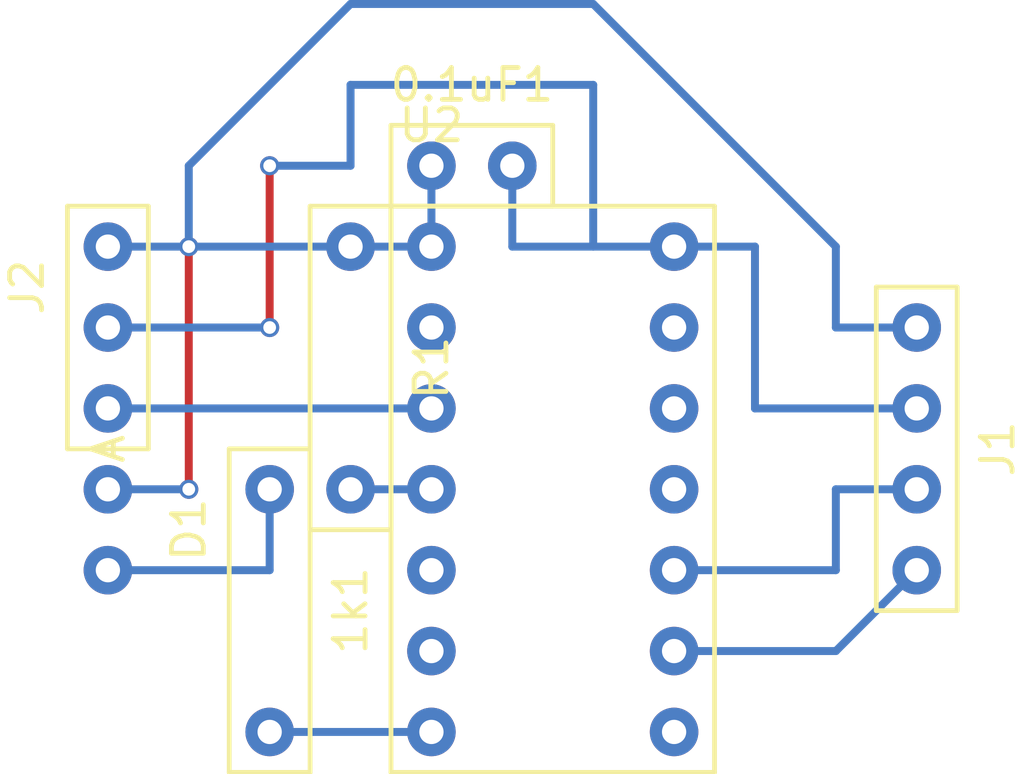
<source format=kicad_pcb>
(kicad_pcb (version 4) (host pcbnew 4.0.7)

  (general
    (links 14)
    (no_connects 0)
    (area 0 0 0 0)
    (thickness 1.6)
    (drawings 0)
    (tracks 38)
    (zones 0)
    (modules 7)
    (nets 16)
  )

  (page A4)
  (layers
    (0 F.Cu signal)
    (31 B.Cu signal)
    (32 B.Adhes user)
    (33 F.Adhes user)
    (34 B.Paste user)
    (35 F.Paste user)
    (36 B.SilkS user)
    (37 F.SilkS user)
    (38 B.Mask user)
    (39 F.Mask user)
    (40 Dwgs.User user)
    (41 Cmts.User user)
    (42 Eco1.User user)
    (43 Eco2.User user)
    (44 Edge.Cuts user)
    (45 Margin user)
    (46 B.CrtYd user)
    (47 F.CrtYd user)
    (48 B.Fab user)
    (49 F.Fab user)
  )

  (setup
    (last_trace_width 0.25)
    (trace_clearance 0.2)
    (zone_clearance 0.508)
    (zone_45_only no)
    (trace_min 0.2)
    (segment_width 0.2)
    (edge_width 0.15)
    (via_size 0.6)
    (via_drill 0.4)
    (via_min_size 0.4)
    (via_min_drill 0.3)
    (uvia_size 0.3)
    (uvia_drill 0.1)
    (uvias_allowed no)
    (uvia_min_size 0.2)
    (uvia_min_drill 0.1)
    (pcb_text_width 0.3)
    (pcb_text_size 1.5 1.5)
    (mod_edge_width 0.15)
    (mod_text_size 1 1)
    (mod_text_width 0.15)
    (pad_size 1.524 1.524)
    (pad_drill 0.762)
    (pad_to_mask_clearance 0.2)
    (aux_axis_origin 0 0)
    (visible_elements FFFFFF7F)
    (pcbplotparams
      (layerselection 0x00030_80000001)
      (usegerberextensions false)
      (excludeedgelayer true)
      (linewidth 0.100000)
      (plotframeref false)
      (viasonmask false)
      (mode 1)
      (useauxorigin false)
      (hpglpennumber 1)
      (hpglpenspeed 20)
      (hpglpendiameter 15)
      (hpglpenoverlay 2)
      (psnegative false)
      (psa4output false)
      (plotreference true)
      (plotvalue true)
      (plotinvisibletext false)
      (padsonsilk false)
      (subtractmaskfromsilk false)
      (outputformat 1)
      (mirror false)
      (drillshape 1)
      (scaleselection 1)
      (outputdirectory ""))
  )

  (net 0 "")
  (net 1 GND)
  (net 2 +5V)
  (net 3 "Net-(1k1-Pad1)")
  (net 4 "Net-(1k1-Pad2)")
  (net 5 "Net-(J1-Pad1)")
  (net 6 "Net-(J1-Pad2)")
  (net 7 "Net-(J2-Pad3)")
  (net 8 "Net-(R1-Pad2)")
  (net 9 "Net-(U2-Pad2)")
  (net 10 "Net-(U2-Pad13)")
  (net 11 "Net-(U2-Pad12)")
  (net 12 "Net-(U2-Pad11)")
  (net 13 "Net-(U2-Pad5)")
  (net 14 "Net-(U2-Pad6)")
  (net 15 "Net-(U2-Pad8)")

  (net_class Default "This is the default net class."
    (clearance 0.2)
    (trace_width 0.25)
    (via_dia 0.6)
    (via_drill 0.4)
    (uvia_dia 0.3)
    (uvia_drill 0.1)
    (add_net +5V)
    (add_net GND)
    (add_net "Net-(1k1-Pad1)")
    (add_net "Net-(1k1-Pad2)")
    (add_net "Net-(J1-Pad1)")
    (add_net "Net-(J1-Pad2)")
    (add_net "Net-(J2-Pad3)")
    (add_net "Net-(R1-Pad2)")
    (add_net "Net-(U2-Pad11)")
    (add_net "Net-(U2-Pad12)")
    (add_net "Net-(U2-Pad13)")
    (add_net "Net-(U2-Pad2)")
    (add_net "Net-(U2-Pad5)")
    (add_net "Net-(U2-Pad6)")
    (add_net "Net-(U2-Pad8)")
  )

  (module pic16f1:Capacitor (layer F.Cu) (tedit 5B459378) (tstamp 5B780286)
    (at 146.05 93.98 180)
    (path /5B5BAB40)
    (fp_text reference 0.1uF1 (at 0 2.54 180) (layer F.SilkS)
      (effects (font (size 1 1) (thickness 0.15)))
    )
    (fp_text value C_Small (at 0 -2.54 180) (layer F.Fab)
      (effects (font (size 1 1) (thickness 0.15)))
    )
    (fp_line (start -2.54 -1.27) (end -2.54 1.27) (layer F.SilkS) (width 0.15))
    (fp_line (start -2.54 1.27) (end 2.54 1.27) (layer F.SilkS) (width 0.15))
    (fp_line (start 2.54 1.27) (end 2.54 -1.27) (layer F.SilkS) (width 0.15))
    (fp_line (start 2.54 -1.27) (end -2.54 -1.27) (layer F.SilkS) (width 0.15))
    (pad 1 thru_hole circle (at -1.27 0 180) (size 1.524 1.524) (drill 0.762) (layers *.Cu *.Mask)
      (net 1 GND))
    (pad 2 thru_hole circle (at 1.27 0 180) (size 1.524 1.524) (drill 0.762) (layers *.Cu *.Mask)
      (net 2 +5V))
  )

  (module pic16f1:Register (layer F.Cu) (tedit 5B472301) (tstamp 5B780290)
    (at 139.7 107.95 270)
    (path /5B5BBB47)
    (fp_text reference 1k1 (at 0 -2.54 270) (layer F.SilkS)
      (effects (font (size 1 1) (thickness 0.15)))
    )
    (fp_text value R (at 0 2.54 270) (layer F.Fab)
      (effects (font (size 1 1) (thickness 0.15)))
    )
    (fp_line (start -5.08 -1.27) (end 5.08 -1.27) (layer F.SilkS) (width 0.15))
    (fp_line (start -5.08 -1.27) (end -5.08 1.27) (layer F.SilkS) (width 0.15))
    (fp_line (start -5.08 1.27) (end 5.08 1.27) (layer F.SilkS) (width 0.15))
    (fp_line (start 5.08 1.27) (end 5.08 -1.27) (layer F.SilkS) (width 0.15))
    (pad 1 thru_hole circle (at -3.81 0 270) (size 1.524 1.524) (drill 0.762) (layers *.Cu *.Mask)
      (net 3 "Net-(1k1-Pad1)"))
    (pad 2 thru_hole circle (at 3.81 0 270) (size 1.524 1.524) (drill 0.762) (layers *.Cu *.Mask)
      (net 4 "Net-(1k1-Pad2)"))
  )

  (module pic16f1:LED (layer F.Cu) (tedit 5B458FF7) (tstamp 5B780297)
    (at 134.62 105.41 90)
    (path /5B5BAE9B)
    (fp_text reference D1 (at 0 2.54 90) (layer F.SilkS)
      (effects (font (size 1 1) (thickness 0.15)))
    )
    (fp_text value LED (at 0 -2.54 90) (layer F.Fab)
      (effects (font (size 1 1) (thickness 0.15)))
    )
    (fp_text user A (at 2.54 0 90) (layer F.SilkS)
      (effects (font (size 1 1) (thickness 0.15)))
    )
    (pad 1 thru_hole circle (at -1.27 0 90) (size 1.524 1.524) (drill 0.762) (layers *.Cu *.Mask)
      (net 3 "Net-(1k1-Pad1)"))
    (pad 2 thru_hole circle (at 1.27 0 90) (size 1.524 1.524) (drill 0.762) (layers *.Cu *.Mask)
      (net 2 +5V))
  )

  (module "pic16f1:Pin Header 4P" (layer F.Cu) (tedit 5B459116) (tstamp 5B7802A3)
    (at 160.02 102.87 90)
    (path /5B5BAA9F)
    (fp_text reference J1 (at 0 2.54 90) (layer F.SilkS)
      (effects (font (size 1 1) (thickness 0.15)))
    )
    (fp_text value Conn_01x04_Male (at 0 -2.54 90) (layer F.Fab)
      (effects (font (size 1 1) (thickness 0.15)))
    )
    (fp_line (start -5.08 -1.27) (end -5.08 1.27) (layer F.SilkS) (width 0.15))
    (fp_line (start -5.08 1.27) (end 5.08 1.27) (layer F.SilkS) (width 0.15))
    (fp_line (start 5.08 1.27) (end 5.08 -1.27) (layer F.SilkS) (width 0.15))
    (fp_line (start 5.08 -1.27) (end -5.08 -1.27) (layer F.SilkS) (width 0.15))
    (pad 1 thru_hole circle (at -3.81 0 90) (size 1.524 1.524) (drill 0.762) (layers *.Cu *.Mask)
      (net 5 "Net-(J1-Pad1)"))
    (pad 2 thru_hole circle (at -1.27 0 90) (size 1.524 1.524) (drill 0.762) (layers *.Cu *.Mask)
      (net 6 "Net-(J1-Pad2)"))
    (pad 3 thru_hole circle (at 1.27 0 90) (size 1.524 1.524) (drill 0.762) (layers *.Cu *.Mask)
      (net 1 GND))
    (pad 4 thru_hole circle (at 3.81 0 90) (size 1.524 1.524) (drill 0.762) (layers *.Cu *.Mask)
      (net 2 +5V))
  )

  (module pic16f1:Pin_Header_3P (layer F.Cu) (tedit 5B77FFCE) (tstamp 5B7802AE)
    (at 134.62 99.06 270)
    (path /5B78015B)
    (fp_text reference J2 (at -1.27 2.54 270) (layer F.SilkS)
      (effects (font (size 1 1) (thickness 0.15)))
    )
    (fp_text value Conn_01x03_Male (at 0 -2.54 270) (layer F.Fab)
      (effects (font (size 1 1) (thickness 0.15)))
    )
    (fp_line (start -3.81 -1.27) (end 3.81 -1.27) (layer F.SilkS) (width 0.15))
    (fp_line (start 3.81 -1.27) (end 3.81 1.27) (layer F.SilkS) (width 0.15))
    (fp_line (start 3.81 1.27) (end -3.81 1.27) (layer F.SilkS) (width 0.15))
    (fp_line (start -3.81 -1.27) (end -3.81 1.27) (layer F.SilkS) (width 0.15))
    (pad 1 thru_hole circle (at -2.54 0 270) (size 1.524 1.524) (drill 0.762) (layers *.Cu *.Mask)
      (net 2 +5V))
    (pad 2 thru_hole circle (at 0 0 270) (size 1.524 1.524) (drill 0.762) (layers *.Cu *.Mask)
      (net 1 GND))
    (pad 3 thru_hole circle (at 2.54 0 270) (size 1.524 1.524) (drill 0.762) (layers *.Cu *.Mask)
      (net 7 "Net-(J2-Pad3)"))
  )

  (module pic16f1:Register (layer F.Cu) (tedit 5B472301) (tstamp 5B7802B8)
    (at 142.24 100.33 270)
    (path /5B5BABCE)
    (fp_text reference R1 (at 0 -2.54 270) (layer F.SilkS)
      (effects (font (size 1 1) (thickness 0.15)))
    )
    (fp_text value 51k (at 0 2.54 270) (layer F.Fab)
      (effects (font (size 1 1) (thickness 0.15)))
    )
    (fp_line (start -5.08 -1.27) (end 5.08 -1.27) (layer F.SilkS) (width 0.15))
    (fp_line (start -5.08 -1.27) (end -5.08 1.27) (layer F.SilkS) (width 0.15))
    (fp_line (start -5.08 1.27) (end 5.08 1.27) (layer F.SilkS) (width 0.15))
    (fp_line (start 5.08 1.27) (end 5.08 -1.27) (layer F.SilkS) (width 0.15))
    (pad 1 thru_hole circle (at -3.81 0 270) (size 1.524 1.524) (drill 0.762) (layers *.Cu *.Mask)
      (net 2 +5V))
    (pad 2 thru_hole circle (at 3.81 0 270) (size 1.524 1.524) (drill 0.762) (layers *.Cu *.Mask)
      (net 8 "Net-(R1-Pad2)"))
  )

  (module pic16f1:ic-pinsocket-14pins (layer F.Cu) (tedit 5AC46BA4) (tstamp 5B7802CE)
    (at 148.59 104.14)
    (path /5B77FF6D)
    (fp_text reference U2 (at -3.81 -11.43) (layer F.SilkS)
      (effects (font (size 1 1) (thickness 0.15)))
    )
    (fp_text value pic16f18326 (at 0 -10.16) (layer F.Fab)
      (effects (font (size 1 1) (thickness 0.15)))
    )
    (fp_line (start -5.08 -8.89) (end 5.08 -8.89) (layer F.SilkS) (width 0.15))
    (fp_line (start 5.08 -8.89) (end 5.08 8.89) (layer F.SilkS) (width 0.15))
    (fp_line (start 5.08 8.89) (end -5.08 8.89) (layer F.SilkS) (width 0.15))
    (fp_line (start -5.08 8.89) (end -5.08 -8.89) (layer F.SilkS) (width 0.15))
    (pad 1 thru_hole circle (at -3.81 -7.62) (size 1.524 1.524) (drill 0.762) (layers *.Cu *.Mask)
      (net 2 +5V))
    (pad 14 thru_hole circle (at 3.81 -7.62) (size 1.524 1.524) (drill 0.762) (layers *.Cu *.Mask)
      (net 1 GND))
    (pad 2 thru_hole circle (at -3.81 -5.08) (size 1.524 1.524) (drill 0.762) (layers *.Cu *.Mask)
      (net 9 "Net-(U2-Pad2)"))
    (pad 13 thru_hole circle (at 3.81 -5.08) (size 1.524 1.524) (drill 0.762) (layers *.Cu *.Mask)
      (net 10 "Net-(U2-Pad13)"))
    (pad 3 thru_hole circle (at -3.81 -2.54) (size 1.524 1.524) (drill 0.762) (layers *.Cu *.Mask)
      (net 7 "Net-(J2-Pad3)"))
    (pad 12 thru_hole circle (at 3.81 -2.54) (size 1.524 1.524) (drill 0.762) (layers *.Cu *.Mask)
      (net 11 "Net-(U2-Pad12)"))
    (pad 4 thru_hole circle (at -3.81 0) (size 1.524 1.524) (drill 0.762) (layers *.Cu *.Mask)
      (net 8 "Net-(R1-Pad2)"))
    (pad 11 thru_hole circle (at 3.81 0) (size 1.524 1.524) (drill 0.762) (layers *.Cu *.Mask)
      (net 12 "Net-(U2-Pad11)"))
    (pad 5 thru_hole circle (at -3.81 2.54) (size 1.524 1.524) (drill 0.762) (layers *.Cu *.Mask)
      (net 13 "Net-(U2-Pad5)"))
    (pad 10 thru_hole circle (at 3.81 2.54) (size 1.524 1.524) (drill 0.762) (layers *.Cu *.Mask)
      (net 6 "Net-(J1-Pad2)"))
    (pad 6 thru_hole circle (at -3.81 5.08) (size 1.524 1.524) (drill 0.762) (layers *.Cu *.Mask)
      (net 14 "Net-(U2-Pad6)"))
    (pad 9 thru_hole circle (at 3.81 5.08) (size 1.524 1.524) (drill 0.762) (layers *.Cu *.Mask)
      (net 5 "Net-(J1-Pad1)"))
    (pad 7 thru_hole circle (at -3.81 7.62) (size 1.524 1.524) (drill 0.762) (layers *.Cu *.Mask)
      (net 4 "Net-(1k1-Pad2)"))
    (pad 8 thru_hole circle (at 3.81 7.62) (size 1.524 1.524) (drill 0.762) (layers *.Cu *.Mask)
      (net 15 "Net-(U2-Pad8)"))
  )

  (segment (start 142.24 91.44) (end 149.86 91.44) (width 0.25) (layer B.Cu) (net 1))
  (segment (start 139.7 93.98) (end 142.24 93.98) (width 0.25) (layer B.Cu) (net 1))
  (segment (start 142.24 93.98) (end 142.24 91.44) (width 0.25) (layer B.Cu) (net 1) (tstamp 5B780945))
  (segment (start 134.62 99.06) (end 139.7 99.06) (width 0.25) (layer B.Cu) (net 1))
  (via (at 139.7 93.98) (size 0.6) (drill 0.4) (layers F.Cu B.Cu) (net 1))
  (segment (start 139.7 99.06) (end 139.7 93.98) (width 0.25) (layer F.Cu) (net 1) (tstamp 5B7805AC))
  (via (at 139.7 99.06) (size 0.6) (drill 0.4) (layers F.Cu B.Cu) (net 1))
  (segment (start 149.86 91.44) (end 149.86 96.52) (width 0.25) (layer B.Cu) (net 1) (tstamp 5B780C62))
  (segment (start 147.32 93.98) (end 147.32 96.52) (width 0.25) (layer B.Cu) (net 1) (status 400010))
  (segment (start 147.32 96.52) (end 149.86 96.52) (width 0.25) (layer B.Cu) (net 1) (tstamp 5B780B1D))
  (segment (start 149.86 96.52) (end 152.4 96.52) (width 0.25) (layer B.Cu) (net 1) (tstamp 5B780C67) (status 800000))
  (segment (start 154.94 96.52) (end 154.94 101.6) (width 0.25) (layer B.Cu) (net 1))
  (segment (start 154.94 101.6) (end 160.02 101.6) (width 0.25) (layer B.Cu) (net 1) (tstamp 5B7808FC))
  (segment (start 152.4 96.52) (end 154.94 96.52) (width 0.25) (layer B.Cu) (net 1))
  (segment (start 142.24 88.9) (end 149.86 88.9) (width 0.25) (layer B.Cu) (net 2))
  (segment (start 137.16 93.98) (end 142.24 88.9) (width 0.25) (layer B.Cu) (net 2) (tstamp 5B780B79))
  (segment (start 137.16 96.52) (end 137.16 93.98) (width 0.25) (layer B.Cu) (net 2))
  (segment (start 149.86 88.9) (end 157.48 96.52) (width 0.25) (layer B.Cu) (net 2) (tstamp 5B780C6D))
  (segment (start 144.78 96.52) (end 144.78 93.98) (width 0.25) (layer B.Cu) (net 2) (status C00000))
  (segment (start 157.48 99.06) (end 160.02 99.06) (width 0.25) (layer B.Cu) (net 2) (tstamp 5B7809F3))
  (segment (start 157.48 96.52) (end 157.48 99.06) (width 0.25) (layer B.Cu) (net 2) (tstamp 5B780C78))
  (via (at 137.16 96.52) (size 0.6) (drill 0.4) (layers F.Cu B.Cu) (net 2))
  (segment (start 134.62 104.14) (end 137.16 104.14) (width 0.25) (layer B.Cu) (net 2) (tstamp 5B7804E4) (status 10))
  (via (at 137.16 104.14) (size 0.6) (drill 0.4) (layers F.Cu B.Cu) (net 2))
  (segment (start 137.16 104.14) (end 137.16 96.52) (width 0.25) (layer F.Cu) (net 2) (tstamp 5B7804DF))
  (segment (start 134.62 96.52) (end 137.16 96.52) (width 0.25) (layer B.Cu) (net 2))
  (segment (start 137.16 96.52) (end 142.24 96.52) (width 0.25) (layer B.Cu) (net 2) (tstamp 5B7804D7))
  (segment (start 142.24 96.52) (end 144.78 96.52) (width 0.25) (layer B.Cu) (net 2) (tstamp 5B780484))
  (segment (start 134.62 106.68) (end 139.7 106.68) (width 0.25) (layer B.Cu) (net 3))
  (segment (start 139.7 106.68) (end 139.7 104.14) (width 0.25) (layer B.Cu) (net 3) (tstamp 5B78072D))
  (segment (start 139.7 111.76) (end 144.78 111.76) (width 0.25) (layer B.Cu) (net 4))
  (segment (start 160.02 106.68) (end 157.48 109.22) (width 0.25) (layer B.Cu) (net 5))
  (segment (start 157.48 109.22) (end 152.4 109.22) (width 0.25) (layer B.Cu) (net 5) (tstamp 5B780799))
  (segment (start 157.48 104.14) (end 160.02 104.14) (width 0.25) (layer B.Cu) (net 6) (tstamp 5B7807A6))
  (segment (start 157.48 106.68) (end 157.48 104.14) (width 0.25) (layer B.Cu) (net 6) (tstamp 5B7807A5))
  (segment (start 152.4 106.68) (end 157.48 106.68) (width 0.25) (layer B.Cu) (net 6))
  (segment (start 134.62 101.6) (end 144.78 101.6) (width 0.25) (layer B.Cu) (net 7) (status 10))
  (segment (start 142.24 104.14) (end 144.78 104.14) (width 0.25) (layer B.Cu) (net 8))

)

</source>
